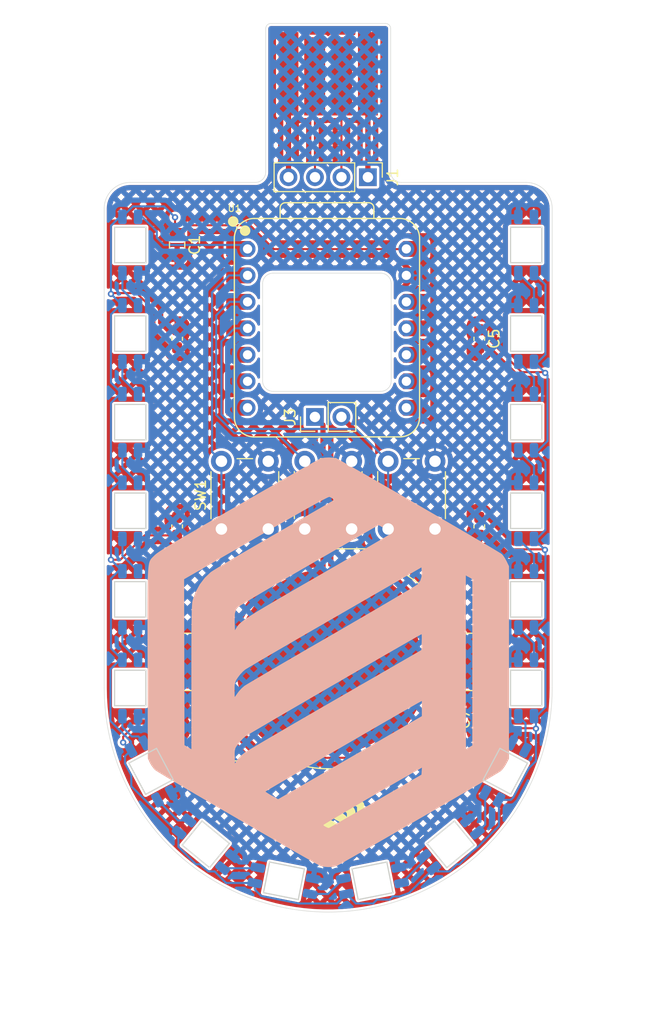
<source format=kicad_pcb>
(kicad_pcb (version 20241229) (generator "pcbnew") (generator_version "9.0")
  (layers (0 "F.Cu" signal) (2 "B.Cu" signal) (13 "F.Paste" user) (15 "B.Paste" user) (5 "F.SilkS" user "F.Silkscreen") (7 "B.SilkS" user "B.Silkscreen") (1 "F.Mask" user) (3 "B.Mask" user) (25 "Edge.Cuts" user))
  (net 0 "")
  (net 1 "+5V")
  (net 2 "Net-(D1-DOUT)")
  (net 3 "LED")
  (net 4 "GND")
  (net 5 "Net-(D2-DOUT)")
  (net 6 "Net-(D3-DOUT)")
  (net 7 "Net-(D4-DOUT)")
  (net 8 "Net-(D5-DOUT)")
  (net 9 "Net-(D6-DOUT)")
  (net 10 "Net-(D7-DOUT)")
  (net 11 "Net-(D8-DOUT)")
  (net 12 "Net-(D10-DIN)")
  (net 13 "Net-(D10-DOUT)")
  (net 14 "Net-(D11-DOUT)")
  (net 15 "Net-(D12-DOUT)")
  (net 16 "Net-(D13-DOUT)")
  (net 17 "Net-(D14-DOUT)")
  (net 18 "Net-(J1-Pin_2)")
  (net 19 "Net-(J1-Pin_3)")
  (net 20 "Net-(J1-Pin_4)")
  (net 21 "Net-(J1-Pin_1)")
  (net 22 "B1")
  (net 23 "B2")
  (net 24 "B3")
  (net 41 "Net-(BT1-+)")
  (net 42 "Net-(BT1--)")
  (net 43 "Net-(D15-DOUT)")
  (net 44 "Net-(D16-DOUT)")
  (net 46 "Net-(D17-DOUT)")
  (footprint "Connector_PinHeader_2.54mm:PinHeader_1x04_P2.54mm_Vertical" (layer "F.Cu") (at 48.935 72.500001 -90)
    (property "Reference" "J1" (at -0.000003 -2.380003 90) (layer "F.SilkS"))
    (property "Value" "Conn_01x04_MountingPin")
    (pad "1" thru_hole rect (at 0 0 270) (size 1.7 1.7) (drill 1) (layers "*.Cu" "*.Mask") (net 21 "Net-(J1-Pin_1)"))
    (pad "2" thru_hole circle (at 0.000001 2.539998 270) (size 1.7 1.7) (drill 1) (layers "*.Cu" "*.Mask") (net 18 "Net-(J1-Pin_2)"))
    (pad "3" thru_hole circle (at 0.000001 5.079997 270) (size 1.7 1.7) (drill 1) (layers "*.Cu" "*.Mask") (net 19 "Net-(J1-Pin_3)"))
    (pad "4" thru_hole circle (at 0.000003 7.619999 270) (size 1.7 1.7) (drill 1) (layers "*.Cu" "*.Mask") (net 20 "Net-(J1-Pin_4)"))
  )
  (footprint "custom:usb-PCB" (layer "F.Cu") (at 45.125 57.675 180)
    (property "Reference" "J2" (hide yes))
    (property "Value" "USB_A" (hide yes))
    (pad "1" connect rect (at 3.81 -4.9 180) (size 1.9 8) (layers "F.Cu" "F.Mask") (net 20 "Net-(J1-Pin_4)"))
    (pad "2" connect rect (at 1.3 -5.15 180) (size 2 7.5) (layers "F.Cu" "F.Mask") (net 19 "Net-(J1-Pin_3)"))
    (pad "3" connect rect (at -1.3 -5.15 180) (size 2 7.5) (layers "F.Cu" "F.Mask") (net 18 "Net-(J1-Pin_2)"))
    (pad "4" connect rect (at -3.810001 -4.899999 180) (size 1.9 8) (layers "F.Cu" "F.Mask") (net 21 "Net-(J1-Pin_1)"))
  )
  (footprint "custom:person20020-logo-8mm" (layer "F.Cu") (at 45.125 134.5)
    (property "Reference" "G***" (hide yes))
    (property "Value" "LOGO" (hide yes))
  )
  (footprint "Capacitor_SMD:C_0603_1608Metric_Pad1.08x0.95mm_HandSolder" (layer "F.Cu") (at 59.625 106 -90)
    (property "Reference" "C6" (hide yes))
    (property "Value" "4.7nF")
    (pad "1" smd roundrect (at -0.8625 -0.000001 270) (size 1.075 0.95) (layers "F.Cu" "F.Mask" "F.Paste") (net 1 "+5V"))
    (pad "2" smd roundrect (at 0.8625 0.000001 270) (size 1.075 0.95) (layers "F.Cu" "F.Mask" "F.Paste") (net 4 "GND"))
  )
  (footprint "Capacitor_SMD:C_0603_1608Metric_Pad1.08x0.95mm_HandSolder" (layer "F.Cu") (at 59.625 124.5 90)
    (property "Reference" "C7" (at 0 -1.43 90) (layer "F.SilkS"))
    (property "Value" "4.7nF")
    (pad "1" smd roundrect (at -0.8625 -0.000001 90) (size 1.075 0.95) (layers "F.Cu" "F.Mask" "F.Paste") (net 1 "+5V"))
    (pad "2" smd roundrect (at 0.8625 0.000001 90) (size 1.075 0.95) (layers "F.Cu" "F.Mask" "F.Paste") (net 4 "GND"))
  )
  (footprint "Capacitor_SMD:C_0603_1608Metric_Pad1.08x0.95mm_HandSolder" (layer "F.Cu") (at 59.625 88 -90)
    (property "Reference" "C5" (at 0 -1.43 90) (layer "F.SilkS"))
    (property "Value" "4.7nF")
    (pad "1" smd roundrect (at -0.8625 -0.000001 270) (size 1.075 0.95) (layers "F.Cu" "F.Mask" "F.Paste") (net 1 "+5V"))
    (pad "2" smd roundrect (at 0.8625 0.000001 270) (size 1.075 0.95) (layers "F.Cu" "F.Mask" "F.Paste") (net 4 "GND"))
  )
  (footprint "Capacitor_SMD:C_0603_1608Metric_Pad1.08x0.95mm_HandSolder" (layer "F.Cu") (at 30.625 106 90)
    (property "Reference" "C3" (hide yes))
    (property "Value" "4.7nF")
    (pad "1" smd roundrect (at -0.8625 0 90) (size 1.075 0.95) (layers "F.Cu" "F.Mask" "F.Paste") (net 1 "+5V"))
    (pad "2" smd roundrect (at 0.8625 0 90) (size 1.075 0.95) (layers "F.Cu" "F.Mask" "F.Paste") (net 4 "GND"))
  )
  (footprint "Capacitor_SMD:C_0603_1608Metric_Pad1.08x0.95mm_HandSolder" (layer "F.Cu") (at 30.625 124.5 90)
    (property "Reference" "C4" (at 0 -1.43 90) (layer "F.SilkS"))
    (property "Value" "4.7nF")
    (pad "1" smd roundrect (at -0.8625 0 90) (size 1.075 0.95) (layers "F.Cu" "F.Mask" "F.Paste") (net 1 "+5V"))
    (pad "2" smd roundrect (at 0.8625 0 90) (size 1.075 0.95) (layers "F.Cu" "F.Mask" "F.Paste") (net 4 "GND"))
  )
  (footprint "Capacitor_SMD:C_0805_2012Metric_Pad1.18x1.45mm_HandSolder" (layer "F.Cu") (at 30.625 79 -90)
    (property "Reference" "C1" (at 0 -1.68 90) (layer "F.SilkS"))
    (property "Value" "100uF")
    (pad "1" smd roundrect (at -1.0375 0 270) (size 1.175 1.45) (layers "F.Cu" "F.Mask" "F.Paste") (roundrect_rratio 0.212766) (net 1 "+5V"))
    (pad "2" smd roundrect (at 1.0375 0 270) (size 1.175 1.45) (layers "F.Cu" "F.Mask" "F.Paste") (roundrect_rratio 0.212766) (net 4 "GND"))
  )
  (footprint "Capacitor_SMD:C_0603_1608Metric_Pad1.08x0.95mm_HandSolder" (layer "F.Cu") (at 30.625 88 90)
    (property "Reference" "C2" (hide yes))
    (property "Value" "4.7nF")
    (pad "1" smd roundrect (at -0.8625 0 90) (size 1.075 0.95) (layers "F.Cu" "F.Mask" "F.Paste") (net 1 "+5V"))
    (pad "2" smd roundrect (at 0.8625 0 90) (size 1.075 0.95) (layers "F.Cu" "F.Mask" "F.Paste") (net 4 "GND"))
  )
  (footprint "Seeed_Studio_XIAO_Series:XIAO-ESP32C3-DIP" (layer "F.Cu") (at 45.125 87)
    (property "Reference" "U1" (at -9 -11.5 0) (layer "F.SilkS") (effects (font (size 0.635 0.635) (thickness 0.1016))))
    (property "Value" "XIAO-ESP32-C3-DIP")
    (pad "1" smd roundrect (at -8.575 -7.62 180) (size 2.432 1.524) (layers "F.Cu" "F.Mask") (roundrect_rratio 0.1) (net 3 "LED"))
    (pad "1" thru_hole circle (at -7.74 -7.62 180) (size 1.524 1.524) (drill 0.889) (layers "*.Cu" "*.Mask") (net 3 "LED"))
    (pad "2" smd roundrect (at -8.575 -5.08 180) (size 2.432 1.524) (layers "F.Cu" "F.Mask") (roundrect_rratio 0.1) (net 22 "B1"))
    (pad "2" thru_hole circle (at -7.74 -5.08 180) (size 1.524 1.524) (drill 0.889) (layers "*.Cu" "*.Mask") (net 22 "B1"))
    (pad "3" smd roundrect (at -8.575 -2.54 180) (size 2.432 1.524) (layers "F.Cu" "F.Mask") (roundrect_rratio 0.1) (net 23 "B2"))
    (pad "3" thru_hole circle (at -7.74 -2.54 180) (size 1.524 1.524) (drill 0.889) (layers "*.Cu" "*.Mask") (net 23 "B2"))
    (pad "4" smd roundrect (at -8.575 0 180) (size 2.432 1.524) (layers "F.Cu" "F.Mask") (roundrect_rratio 0.1) (net 24 "B3"))
    (pad "4" thru_hole circle (at -7.74 0 180) (size 1.524 1.524) (drill 0.889) (layers "*.Cu" "*.Mask") (net 24 "B3"))
    (pad "5" smd roundrect (at -8.575 2.54 180) (size 2.432 1.524) (layers "F.Cu" "F.Mask") (roundrect_rratio 0.1))
    (pad "5" thru_hole circle (at -7.74 2.54 180) (size 1.524 1.524) (drill 0.889) (layers "*.Cu" "*.Mask"))
    (pad "6" smd roundrect (at -8.575 5.08 180) (size 2.432 1.524) (layers "F.Cu" "F.Mask") (roundrect_rratio 0.1))
    (pad "6" thru_hole circle (at -7.74 5.08 180) (size 1.524 1.524) (drill 0.889) (layers "*.Cu" "*.Mask"))
    (pad "7" smd roundrect (at -8.575 7.62 180) (size 2.432 1.524) (layers "F.Cu" "F.Mask") (roundrect_rratio 0.1))
    (pad "7" thru_hole circle (at -7.74 7.62 180) (size 1.524 1.524) (drill 0.889) (layers "*.Cu" "*.Mask"))
    (pad "8" thru_hole circle (at 7.5 7.62) (size 1.524 1.524) (drill 0.889) (layers "*.Cu" "*.Mask"))
    (pad "8" smd roundrect (at 8.335 7.62) (size 2.432 1.524) (layers "F.Cu" "F.Mask") (roundrect_rratio 0.1))
    (pad "9" thru_hole circle (at 7.5 5.08) (size 1.524 1.524) (drill 0.889) (layers "*.Cu" "*.Mask"))
    (pad "9" smd roundrect (at 8.335 5.08) (size 2.432 1.524) (layers "F.Cu" "F.Mask") (roundrect_rratio 0.1))
    (pad "10" thru_hole circle (at 7.5 2.54) (size 1.524 1.524) (drill 0.889) (layers "*.Cu" "*.Mask"))
    (pad "10" smd roundrect (at 8.335 2.54) (size 2.432 1.524) (layers "F.Cu" "F.Mask") (roundrect_rratio 0.1))
    (pad "11" thru_hole circle (at 7.5 0) (size 1.524 1.524) (drill 0.889) (layers "*.Cu" "*.Mask"))
    (pad "11" smd roundrect (at 8.335 0) (size 2.432 1.524) (layers "F.Cu" "F.Mask") (roundrect_rratio 0.1))
    (pad "12" thru_hole circle (at 7.5 -2.54) (size 1.524 1.524) (drill 0.889) (layers "*.Cu" "*.Mask"))
    (pad "12" smd roundrect (at 8.335 -2.54) (size 2.432 1.524) (layers "F.Cu" "F.Mask") (roundrect_rratio 0.1))
    (pad "13" thru_hole circle (at 7.5 -5.08) (size 1.524 1.524) (drill 0.889) (layers "*.Cu" "*.Mask") (net 4 "GND"))
    (pad "13" smd roundrect (at 8.335 -5.08) (size 2.432 1.524) (layers "F.Cu" "F.Mask") (roundrect_rratio 0.1) (net 4 "GND"))
    (pad "14" thru_hole circle (at 7.5 -7.62) (size 1.524 1.524) (drill 0.889) (layers "*.Cu" "*.Mask") (net 1 "+5V"))
    (pad "14" smd roundrect (at 8.335 -7.62) (size 2.432 1.524) (layers "F.Cu" "F.Mask") (roundrect_rratio 0.1) (net 1 "+5V"))
  )
  (footprint "Button_Switch_THT:SW_PUSH_6mm" (layer "F.Cu") (at 50.875 106.25 90)
    (property "Reference" "SW3" (at 3.250001 -2 90) (layer "F.SilkS"))
    (property "Value" "SW_Push")
    (pad "1" thru_hole circle (at 0 0 180) (size 2 2) (drill 1.1) (layers "*.Cu" "*.Mask") (net 24 "B3"))
    (pad "1" thru_hole circle (at 6.5 0 180) (size 2 2) (drill 1.1) (layers "*.Cu" "*.Mask") (net 24 "B3"))
    (pad "2" thru_hole circle (at 0 4.5 180) (size 2 2) (drill 1.1) (layers "*.Cu" "*.Mask") (net 4 "GND"))
    (pad "2" thru_hole circle (at 6.499999 4.5 180) (size 2 2) (drill 1.1) (layers "*.Cu" "*.Mask") (net 4 "GND"))
  )
  (footprint "Button_Switch_THT:SW_PUSH_6mm" (layer "F.Cu") (at 34.875 106.25 90)
    (property "Reference" "SW1" (at 3.250001 -2 90) (layer "F.SilkS"))
    (property "Value" "SW_Push")
    (pad "1" thru_hole circle (at 0 0 180) (size 2 2) (drill 1.1) (layers "*.Cu" "*.Mask") (net 22 "B1"))
    (pad "1" thru_hole circle (at 6.5 0 180) (size 2 2) (drill 1.1) (layers "*.Cu" "*.Mask") (net 22 "B1"))
    (pad "2" thru_hole circle (at 0 4.5 180) (size 2 2) (drill 1.1) (layers "*.Cu" "*.Mask") (net 4 "GND"))
    (pad "2" thru_hole circle (at 6.499999 4.5 180) (size 2 2) (drill 1.1) (layers "*.Cu" "*.Mask") (net 4 "GND"))
  )
  (footprint "Button_Switch_THT:SW_PUSH_6mm" (layer "F.Cu") (at 42.875 106.25 90)
    (property "Reference" "SW2" (at 3.250001 -2 90) (layer "F.SilkS"))
    (property "Value" "SW_Push")
    (pad "1" thru_hole circle (at 0 0 180) (size 2 2) (drill 1.1) (layers "*.Cu" "*.Mask") (net 23 "B2"))
    (pad "1" thru_hole circle (at 6.5 0 180) (size 2 2) (drill 1.1) (layers "*.Cu" "*.Mask") (net 23 "B2"))
    (pad "2" thru_hole circle (at 0 4.5 180) (size 2 2) (drill 1.1) (layers "*.Cu" "*.Mask") (net 4 "GND"))
    (pad "2" thru_hole circle (at 6.499999 4.5 180) (size 2 2) (drill 1.1) (layers "*.Cu" "*.Mask") (net 4 "GND"))
  )
  (footprint "Connector_PinHeader_2.54mm:PinHeader_1x02_P2.54mm_Vertical" (layer "F.Cu") (at 43.85 95.500001 90)
    (property "Reference" "J3" (at 0 -2.38 90) (layer "F.SilkS"))
    (property "Value" "Conn_01x02_Pin")
    (pad "1" thru_hole rect (at 0 0 90) (size 1.7 1.7) (drill 1) (layers "*.Cu" "*.Mask") (net 42 "Net-(BT1--)"))
    (pad "2" thru_hole circle (at 0 2.54 90) (size 1.7 1.7) (drill 1) (layers "*.Cu" "*.Mask") (net 41 "Net-(BT1-+)"))
  )
  (footprint "Battery:BatteryHolder_Keystone_3002_1x2032" (layer "F.Cu") (at 45.125 119 180)
    (property "Reference" "BT1" (at -9.15 9.7 0) (layer "F.SilkS"))
    (property "Value" "Battery_Cell")
    (pad "1" smd rect (at -12.8 0 180) (size 5.1 5.1) (layers "F.Cu" "F.Mask" "F.Paste") (net 41 "Net-(BT1-+)"))
    (pad "1" smd rect (at 12.8 0 180) (size 5.1 5.1) (layers "F.Cu" "F.Mask" "F.Paste") (net 41 "Net-(BT1-+)"))
    (pad "2" smd circle (at 0 0 180) (size 17.8 17.8) (layers "F.Cu" "F.Mask") (net 42 "Net-(BT1--)"))
  )
  (footprint "ScottoKeebs_Components:LED_SK6812MINI" (layer "B.Cu") (at 33.375 136.5 -39.375)
    (property "Reference" "D8" (hide yes))
    (property "Value" "SK6812MINI" (hide yes))
    (fp_line (start -1.699998 1.5) (end -1.699999 -1.499999) (stroke (width 0.12)) (layer "Edge.Cuts"))
    (fp_line (start -1.699999 -1.499999) (end 1.699998 -1.5) (stroke (width 0.12)) (layer "Edge.Cuts"))
    (fp_line (start 1.699999 1.499999) (end -1.699998 1.5) (stroke (width 0.12)) (layer "Edge.Cuts"))
    (fp_line (start 1.699998 -1.5) (end 1.699999 1.499999) (stroke (width 0.12)) (layer "Edge.Cuts"))
    (pad "1" smd roundrect (at 2.699999 0.75 320.625) (size 1.4 0.82) (layers "B.Cu" "B.Mask" "B.Paste") (net 11 "Net-(D8-DOUT)"))
    (pad "2" smd roundrect (at 2.7 -0.75 320.625) (size 1.4 0.82) (layers "B.Cu" "B.Mask" "B.Paste") (net 4 "GND"))
    (pad "3" smd roundrect (at -2.699999 -0.75 320.625) (size 1.4 0.82) (layers "B.Cu" "B.Mask" "B.Paste") (net 10 "Net-(D7-DOUT)"))
    (pad "4" smd roundrect (at -2.7 0.75 320.625) (size 1.4 0.82) (layers "B.Cu" "B.Mask" "B.Paste") (net 1 "+5V"))
  )
  (footprint "ScottoKeebs_Components:LED_SK6812MINI" (layer "B.Cu") (at 26.125 104.5 -90)
    (property "Reference" "D4" (hide yes))
    (property "Value" "SK6812MINI" (hide yes))
    (fp_line (start -1.699999 1.5) (end -1.7 -1.499999) (stroke (width 0.12)) (layer "Edge.Cuts"))
    (fp_line (start 1.7 1.499999) (end -1.699999 1.5) (stroke (width 0.12)) (layer "Edge.Cuts"))
    (fp_line (start -1.7 -1.499999) (end 1.699999 -1.5) (stroke (width 0.12)) (layer "Edge.Cuts"))
    (fp_line (start 1.699999 -1.5) (end 1.7 1.499999) (stroke (width 0.12)) (layer "Edge.Cuts"))
    (pad "1" smd roundrect (at 2.7 0.75 270) (size 1.4 0.82) (layers "B.Cu" "B.Mask" "B.Paste") (net 7 "Net-(D4-DOUT)"))
    (pad "2" smd roundrect (at 2.7 -0.75 270) (size 1.4 0.82) (layers "B.Cu" "B.Mask" "B.Paste") (net 4 "GND"))
    (pad "3" smd roundrect (at -2.7 -0.75 270) (size 1.4 0.82) (layers "B.Cu" "B.Mask" "B.Paste") (net 6 "Net-(D3-DOUT)"))
    (pad "4" smd roundrect (at -2.7 0.75 270) (size 1.4 0.82) (layers "B.Cu" "B.Mask" "B.Paste") (net 1 "+5V"))
  )
  (footprint "ScottoKeebs_Components:LED_SK6812MINI" (layer "B.Cu") (at 26.125 79 -90)
    (property "Reference" "D1" (hide yes))
    (property "Value" "SK6812MINI" (hide yes))
    (fp_line (start -1.699999 1.5) (end -1.7 -1.499999) (stroke (width 0.12)) (layer "Edge.Cuts"))
    (fp_line (start 1.7 1.499999) (end -1.699999 1.5) (stroke (width 0.12)) (layer "Edge.Cuts"))
    (fp_line (start -1.7 -1.499999) (end 1.699999 -1.5) (stroke (width 0.12)) (layer "Edge.Cuts"))
    (fp_line (start 1.699999 -1.5) (end 1.7 1.499999) (stroke (width 0.12)) (layer "Edge.Cuts"))
    (pad "1" smd roundrect (at 2.7 0.75 270) (size 1.4 0.82) (layers "B.Cu" "B.Mask" "B.Paste") (net 2 "Net-(D1-DOUT)"))
    (pad "2" smd roundrect (at 2.7 -0.75 270) (size 1.4 0.82) (layers "B.Cu" "B.Mask" "B.Paste") (net 4 "GND"))
    (pad "3" smd roundrect (at -2.7 -0.75 270) (size 1.4 0.82) (layers "B.Cu" "B.Mask" "B.Paste") (net 3 "LED"))
    (pad "4" smd roundrect (at -2.7 0.75 270) (size 1.4 0.82) (layers "B.Cu" "B.Mask" "B.Paste") (net 1 "+5V"))
  )
  (footprint "ScottoKeebs_Components:LED_SK6812MINI" (layer "B.Cu") (at 64.125 96 90)
    (property "Reference" "D16" (hide yes))
    (property "Value" "SK6812MINI" (hide yes))
    (fp_line (start 1.699999 -1.5) (end 1.7 1.499999) (stroke (width 0.12)) (layer "Edge.Cuts"))
    (fp_line (start -1.7 -1.499999) (end 1.699999 -1.5) (stroke (width 0.12)) (layer "Edge.Cuts"))
    (fp_line (start 1.7 1.499999) (end -1.699999 1.5) (stroke (width 0.12)) (layer "Edge.Cuts"))
    (fp_line (start -1.699999 1.5) (end -1.7 -1.499999) (stroke (width 0.12)) (layer "Edge.Cuts"))
    (pad "1" smd roundrect (at 2.7 0.75 90) (size 1.4 0.82) (layers "B.Cu" "B.Mask" "B.Paste") (net 44 "Net-(D16-DOUT)"))
    (pad "2" smd roundrect (at 2.7 -0.75 90) (size 1.4 0.82) (layers "B.Cu" "B.Mask" "B.Paste") (net 4 "GND"))
    (pad "3" smd roundrect (at -2.7 -0.75 90) (size 1.4 0.82) (layers "B.Cu" "B.Mask" "B.Paste") (net 43 "Net-(D15-DOUT)"))
    (pad "4" smd roundrect (at -2.7 0.75 90) (size 1.4 0.82) (layers "B.Cu" "B.Mask" "B.Paste") (net 1 "+5V"))
  )
  (footprint "ScottoKeebs_Components:LED_SK6812MINI" (layer "B.Cu") (at 64.125 113 90)
    (property "Reference" "D14" (hide yes))
    (property "Value" "SK6812MINI" (hide yes))
    (fp_line (start 1.699999 -1.5) (end 1.699999 1.5) (stroke (width 0.12)) (layer "Edge.Cuts"))
    (fp_line (start -1.699999 -1.5) (end 1.699999 -1.5) (stroke (width 0.12)) (layer "Edge.Cuts"))
    (fp_line (start 1.699999 1.5) (end -1.699999 1.5) (stroke (width 0.12)) (layer "Edge.Cuts"))
    (fp_line (start -1.699999 1.5) (end -1.699999 -1.5) (stroke (width 0.12)) (layer "Edge.Cuts"))
    (pad "1" smd roundrect (at 2.7 0.75 90) (size 1.4 0.82) (layers "B.Cu" "B.Mask" "B.Paste") (net 17 "Net-(D14-DOUT)"))
    (pad "2" smd roundrect (at 2.7 -0.75 90) (size 1.4 0.82) (layers "B.Cu" "B.Mask" "B.Paste") (net 4 "GND"))
    (pad "3" smd roundrect (at -2.7 -0.75 90) (size 1.4 0.82) (layers "B.Cu" "B.Mask" "B.Paste") (net 16 "Net-(D13-DOUT)"))
    (pad "4" smd roundrect (at -2.7 0.75 90) (size 1.4 0.82) (layers "B.Cu" "B.Mask" "B.Paste") (net 1 "+5V"))
  )
  (footprint "custom:person20020-logo" (layer "B.Cu") (at 45.125 119 180)
    (property "Reference" "G***" (hide yes))
    (property "Value" "LOGO" (hide yes))
  )
  (footprint "ScottoKeebs_Components:LED_SK6812MINI" (layer "B.Cu") (at 56.875 136.5 39.375)
    (property "Reference" "D11" (hide yes))
    (property "Value" "SK6812MINI" (hide yes))
    (fp_line (start -1.700002 -1.5) (end 1.699995 -1.5) (stroke (width 0.12)) (layer "Edge.Cuts"))
    (fp_line (start -1.699995 1.5) (end -1.700002 -1.5) (stroke (width 0.12)) (layer "Edge.Cuts"))
    (fp_line (start 1.699995 -1.5) (end 1.700002 1.5) (stroke (width 0.12)) (layer "Edge.Cuts"))
    (fp_line (start 1.700002 1.5) (end -1.699995 1.5) (stroke (width 0.12)) (layer "Edge.Cuts"))
    (pad "1" smd roundrect (at 2.7 0.75 39.375) (size 1.4 0.82) (layers "B.Cu" "B.Mask" "B.Paste") (net 14 "Net-(D11-DOUT)"))
    (pad "2" smd roundrect (at 2.700001 -0.75 39.375) (size 1.4 0.82) (layers "B.Cu" "B.Mask" "B.Paste") (net 4 "GND"))
    (pad "3" smd roundrect (at -2.7 -0.75 39.375) (size 1.4 0.82) (layers "B.Cu" "B.Mask" "B.Paste") (net 13 "Net-(D10-DOUT)"))
    (pad "4" smd roundrect (at -2.700001 0.75 39.375) (size 1.4 0.82) (layers "B.Cu" "B.Mask" "B.Paste") (net 1 "+5V"))
  )
  (footprint "ScottoKeebs_Components:LED_SK6812MINI" (layer "B.Cu") (at 26.125 96 -90)
    (property "Reference" "D3" (hide yes))
    (property "Value" "SK6812MINI" (hide yes))
    (fp_line (start -1.699999 1.5) (end -1.7 -1.499999) (stroke (width 0.12)) (layer "Edge.Cuts"))
    (fp_line (start 1.7 1.499999) (end -1.699999 1.5) (stroke (width 0.12)) (layer "Edge.Cuts"))
    (fp_line (start -1.7 -1.499999) (end 1.699999 -1.5) (stroke (width 0.12)) (layer "Edge.Cuts"))
    (fp_line (start 1.699999 -1.5) (end 1.7 1.499999) (stroke (width 0.12)) (layer "Edge.Cuts"))
    (pad "1" smd roundrect (at 2.7 0.75 270) (size 1.4 0.82) (layers "B.Cu" "B.Mask" "B.Paste") (net 6 "Net-(D3-DOUT)"))
    (pad "2" smd roundrect (at 2.7 -0.75 270) (size 1.4 0.82) (layers "B.Cu" "B.Mask" "B.Paste") (net 4 "GND"))
    (pad "3" smd roundrect (at -2.7 -0.75 270) (size 1.4 0.82) (layers "B.Cu" "B.Mask" "B.Paste") (net 5 "Net-(D2-DOUT)"))
    (pad "4" smd roundrect (at -2.7 0.75 270) (size 1.4 0.82) (layers "B.Cu" "B.Mask" "B.Paste") (net 1 "+5V"))
  )
  (footprint "ScottoKeebs_Components:LED_SK6812MINI" (layer "B.Cu") (at 64.125 121.5 90)
    (property "Reference" "D13" (hide yes))
    (property "Value" "SK6812MINI" (hide yes))
    (fp_line (start -1.700003 -1.499999) (end 1.699995 -1.499998) (stroke (width 0.12)) (layer "Edge.Cuts"))
    (fp_line (start 1.699995 -1.499998) (end 1.700003 1.499999) (stroke (width 0.12)) (layer "Edge.Cuts"))
    (fp_line (start -1.699995 1.499998) (end -1.700003 -1.499999) (stroke (width 0.12)) (layer "Edge.Cuts"))
    (fp_line (start 1.700003 1.499999) (end -1.699995 1.499998) (stroke (width 0.12)) (layer "Edge.Cuts"))
    (pad "1" smd roundrect (at 2.699999 0.749999 90) (size 1.4 0.82) (layers "B.Cu" "B.Mask" "B.Paste") (net 16 "Net-(D13-DOUT)"))
    (pad "2" smd roundrect (at 2.700002 -0.749999 90) (size 1.4 0.82) (layers "B.Cu" "B.Mask" "B.Paste") (net 4 "GND"))
    (pad "3" smd roundrect (at -2.699999 -0.749999 90) (size 1.4 0.82) (layers "B.Cu" "B.Mask" "B.Paste") (net 15 "Net-(D12-DOUT)"))
    (pad "4" smd roundrect (at -2.700002 0.749999 90) (size 1.4 0.82) (layers "B.Cu" "B.Mask" "B.Paste") (net 1 "+5V"))
  )
  (footprint "ScottoKeebs_Components:LED_SK6812MINI" (layer "B.Cu") (at 64.125 79 90)
    (property "Reference" "D18" (hide yes))
    (property "Value" "SK6812MINI" (hide yes))
    (fp_line (start 1.699999 -1.5) (end 1.7 1.499999) (stroke (width 0.12)) (layer "Edge.Cuts"))
    (fp_line (start -1.7 -1.499999) (end 1.699999 -1.5) (stroke (width 0.12)) (layer "Edge.Cuts"))
    (fp_line (start 1.7 1.499999) (end -1.699999 1.5) (stroke (width 0.12)) (layer "Edge.Cuts"))
    (fp_line (start -1.699999 1.5) (end -1.7 -1.499999) (stroke (width 0.12)) (layer "Edge.Cuts"))
    (pad "1" smd roundrect (at 2.7 0.75 90) (size 1.4 0.82) (layers "B.Cu" "B.Mask" "B.Paste"))
    (pad "2" smd roundrect (at 2.7 -0.75 90) (size 1.4 0.82) (layers "B.Cu" "B.Mask" "B.Paste") (net 4 "GND"))
    (pad "3" smd roundrect (at -2.7 -0.75 90) (size 1.4 0.82) (layers "B.Cu" "B.Mask" "B.Paste") (net 46 "Net-(D17-DOUT)"))
    (pad "4" smd roundrect (at -2.7 0.75 90) (size 1.4 0.82) (layers "B.Cu" "B.Mask" "B.Paste") (net 1 "+5V"))
  )
  (footprint "ScottoKeebs_Components:LED_SK6812MINI" (layer "B.Cu") (at 26.125 113 -90)
    (property "Reference" "D5" (hide yes))
    (property "Value" "SK6812MINI" (hide yes))
    (fp_line (start -1.699999 1.5) (end -1.7 -1.499999) (stroke (width 0.12)) (layer "Edge.Cuts"))
    (fp_line (start 1.7 1.499999) (end -1.699999 1.5) (stroke (width 0.12)) (layer "Edge.Cuts"))
    (fp_line (start -1.7 -1.499999) (end 1.699999 -1.5) (stroke (width 0.12)) (layer "Edge.Cuts"))
    (fp_line (start 1.699999 -1.5) (end 1.7 1.499999) (stroke (width 0.12)) (layer "Edge.Cuts"))
    (pad "1" smd roundrect (at 2.7 0.75 270) (size 1.4 0.82) (layers "B.Cu" "B.Mask" "B.Paste") (net 8 "Net-(D5-DOUT)"))
    (pad "2" smd roundrect (at 2.7 -0.75 270) (size 1.4 0.82) (layers "B.Cu" "B.Mask" "B.Paste") (net 4 "GND"))
    (pad "3" smd roundrect (at -2.7 -0.75 270) (size 1.4 0.82) (layers "B.Cu" "B.Mask" "B.Paste") (net 7 "Net-(D4-DOUT)"))
    (pad "4" smd roundrect (at -2.7 0.75 270) (size 1.4 0.82) (layers "B.Cu" "B.Mask" "B.Paste") (net 1 "+5V"))
  )
  (footprint "ScottoKeebs_Components:LED_SK6812MINI" (layer "B.Cu") (at 26.125 87.5 -90)
    (property "Reference" "D2" (hide yes))
    (property "Value" "SK6812MINI" (hide yes))
    (fp_line (start -1.699999 1.5) (end -1.7 -1.499999) (stroke (width 0.12)) (layer "Edge.Cuts"))
    (fp_line (start 1.7 1.499999) (end -1.699999 1.5) (stroke (width 0.12)) (layer "Edge.Cuts"))
    (fp_line (start -1.7 -1.499999) (end 1.699999 -1.5) (stroke (width 0.12)) (layer "Edge.Cuts"))
    (fp_line (start 1.699999 -1.5) (end 1.7 1.499999) (stroke (width 0.12)) (layer "Edge.Cuts"))
    (pad "1" smd roundrect (at 2.7 0.75 270) (size 1.4 0.82) (layers "B.Cu" "B.Mask" "B.Paste") (net 5 "Net-(D2-DOUT)"))
    (pad "2" smd roundrect (at 2.7 -0.75 270) (size 1.4 0.82) (layers "B.Cu" "B.Mask" "B.Paste") (net 4 "GND"))
    (pad "3" smd roundrect (at -2.7 -0.75 270) (size 1.4 0.82) (layers "B.Cu" "B.Mask" "B.Paste") (net 2 "Net-(D1-DOUT)"))
    (pad "4" smd roundrect (at -2.7 0.75 270) (size 1.4 0.82) (layers "B.Cu" "B.Mask" "B.Paste") (net 1 "+5V"))
  )
  (footprint "ScottoKeebs_Components:LED_SK6812MINI" (layer "B.Cu") (at 64.125 104.5 90)
    (property "Reference" "D15" (hide yes))
    (property "Value" "SK6812MINI" (hide yes))
    (fp_line (start 1.699999 -1.5) (end 1.7 1.499999) (stroke (width 0.12)) (layer "Edge.Cuts"))
    (fp_line (start -1.7 -1.499999) (end 1.699999 -1.5) (stroke (width 0.12)) (layer "Edge.Cuts"))
    (fp_line (start 1.7 1.499999) (end -1.699999 1.5) (stroke (width 0.12)) (layer "Edge.Cuts"))
    (fp_line (start -1.699999 1.5) (end -1.7 -1.499999) (stroke (width 0.12)) (layer "Edge.Cuts"))
    (pad "1" smd roundrect (at 2.7 0.75 90) (size 1.4 0.82) (layers "B.Cu" "B.Mask" "B.Paste") (net 43 "Net-(D15-DOUT)"))
    (pad "2" smd roundrect (at 2.7 -0.75 90) (size 1.4 0.82) (layers "B.Cu" "B.Mask" "B.Paste") (net 4 "GND"))
    (pad "3" smd roundrect (at -2.7 -0.75 90) (size 1.4 0.82) (layers "B.Cu" "B.Mask" "B.Paste") (net 17 "Net-(D14-DOUT)"))
    (pad "4" smd roundrect (at -2.7 0.75 90) (size 1.4 0.82) (layers "B.Cu" "B.Mask" "B.Paste") (net 1 "+5V"))
  )
  (footprint "ScottoKeebs_Components:LED_SK6812MINI" (layer "B.Cu") (at 28.125 129.5 -61.875)
    (property "Reference" "D7" (hide yes))
    (property "Value" "SK6812MINI" (hide yes))
    (fp_line (start -1.699999 1.499999) (end -1.7 -1.499999) (stroke (width 0.12)) (layer "Edge.Cuts"))
    (fp_line (start 1.7 1.499999) (end -1.699999 1.499999) (stroke (width 0.12)) (layer "Edge.Cuts"))
    (fp_line (start -1.7 -1.499999) (end 1.699999 -1.499999) (stroke (width 0.12)) (layer "Edge.Cuts"))
    (fp_line (start 1.699999 -1.499999) (end 1.7 1.499999) (stroke (width 0.12)) (layer "Edge.Cuts"))
    (pad "1" smd roundrect (at 2.700002 0.749999 298.125) (size 1.4 0.82) (layers "B.Cu" "B.Mask" "B.Paste") (net 10 "Net-(D7-DOUT)"))
    (pad "2" smd roundrect (at 2.7 -0.749999 298.125) (size 1.4 0.82) (layers "B.Cu" "B.Mask" "B.Paste") (net 4 "GND"))
    (pad "3" smd roundrect (at -2.700002 -0.749999 298.125) (size 1.4 0.82) (layers "B.Cu" "B.Mask" "B.Paste") (net 9 "Net-(D6-DOUT)"))
    (pad "4" smd roundrect (at -2.7 0.749999 298.125) (size 1.4 0.82) (layers "B.Cu" "B.Mask" "B.Paste") (net 1 "+5V"))
  )
  (footprint "ScottoKeebs_Components:LED_SK6812MINI" (layer "B.Cu") (at 49.375 140 11.25)
    (property "Reference" "D10" (hide yes))
    (property "Value" "SK6812MINI" (hide yes))
    (fp_line (start -1.700001 -1.500003) (end 1.699995 -1.499999) (stroke (width 0.12)) (layer "Edge.Cuts"))
    (fp_line (start -1.699995 1.499999) (end -1.700001 -1.500003) (stroke (width 0.12)) (layer "Edge.Cuts"))
    (fp_line (start 1.699995 -1.499999) (end 1.700001 1.500003) (stroke (width 0.12)) (layer "Edge.Cuts"))
    (fp_line (start 1.700001 1.500003) (end -1.699995 1.499999) (stroke (width 0.12)) (layer "Edge.Cuts"))
    (pad "1" smd roundrect (at 2.699998 0.75 11.25) (size 1.4 0.82) (layers "B.Cu" "B.Mask" "B.Paste") (net 13 "Net-(D10-DOUT)"))
    (pad "2" smd roundrect (at 2.700001 -0.75 11.25) (size 1.4 0.82) (layers "B.Cu" "B.Mask" "B.Paste") (net 4 "GND"))
    (pad "3" smd roundrect (at -2.699998 -0.75 11.25) (size 1.4 0.82) (layers "B.Cu" "B.Mask" "B.Paste") (net 12 "Net-(D10-DIN)"))
    (pad "4" smd roundrect (at -2.700001 0.75 11.25) (size 1.4 0.82) (layers "B.Cu" "B.Mask" "B.Paste") (net 1 "+5V"))
  )
  (footprint "ScottoKeebs_Components:LED_SK6812MINI" (layer "B.Cu") (at 62.125 129.5 61.875)
    (property "Reference" "D12" (hide yes))
    (property "Value" "SK6812MINI" (hide yes))
    (fp_line (start -1.700002 -1.5) (end 1.699995 -1.5) (stroke (width 0.12)) (layer "Edge.Cuts"))
    (fp_line (start 1.699995 -1.5) (end 1.700002 1.5) (stroke (width 0.12)) (layer "Edge.Cuts"))
    (fp_line (start -1.699995 1.5) (end -1.700002 -1.5) (stroke (width 0.12)) (layer "Edge.Cuts"))
    (fp_line (start 1.700002 1.5) (end -1.699995 1.5) (stroke (width 0.12)) (layer "Edge.Cuts"))
    (pad "1" smd roundrect (at 2.699997 0.749999 61.875) (size 1.4 0.82) (layers "B.Cu" "B.Mask" "B.Paste") (net 15 "Net-(D12-DOUT)"))
    (pad "2" smd roundrect (at 2.700003 -0.749996 61.875) (size 1.4 0.82) (layers "B.Cu" "B.Mask" "B.Paste") (net 4 "GND"))
    (pad "3" smd roundrect (at -2.699997 -0.749999 61.875) (size 1.4 0.82) (layers "B.Cu" "B.Mask" "B.Paste") (net 14 "Net-(D11-DOUT)"))
    (pad "4" smd roundrect (at -2.700003 0.749996 61.875) (size 1.4 0.82) (layers "B.Cu" "B.Mask" "B.Paste") (net 1 "+5V"))
  )
  (footprint "ScottoKeebs_Components:LED_SK6812MINI" (layer "B.Cu") (at 64.125 87.5 90)
    (property "Reference" "D17" (hide yes))
    (property "Value" "SK6812MINI" (hide yes))
    (fp_line (start 1.699999 -1.5) (end 1.7 1.499999) (stroke (width 0.12)) (layer "Edge.Cuts"))
    (fp_line (start -1.7 -1.499999) (end 1.699999 -1.5) (stroke (width 0.12)) (layer "Edge.Cuts"))
    (fp_line (start 1.7 1.499999) (end -1.699999 1.5) (stroke (width 0.12)) (layer "Edge.Cuts"))
    (fp_line (start -1.699999 1.5) (end -1.7 -1.499999) (stroke (width 0.12)) (layer "Edge.Cuts"))
    (pad "1" smd roundrect (at 2.7 0.75 90) (size 1.4 0.82) (layers "B.Cu" "B.Mask" "B.Paste") (net 46 "Net-(D17-DOUT)"))
    (pad "2" smd roundrect (at 2.7 -0.75 90) (size 1.4 0.82) (layers "B.Cu" "B.Mask" "B.Paste") (net 4 "GND"))
    (pad "3" smd roundrect (at -2.7 -0.75 90) (size 1.4 0.82) (layers "B.Cu" "B.Mask" "B.Paste") (net 44 "Net-(D16-DOUT)"))
    (pad "4" smd roundrect (at -2.7 0.75 90) (size 1.4 0.82) (layers "B.Cu" "B.Mask" "B.Paste") (net 1 "+5V"))
  )
  (footprint "ScottoKeebs_Components:LED_SK6812MINI" (layer "B.Cu") (at 26.125 121.5 -90)
    (property "Reference" "D6" (hide yes))
    (property "Value" "SK6812MINI" (hide yes))
    (fp_line (start -1.699999 1.5) (end -1.7 -1.499999) (stroke (width 0.12)) (layer "Edge.Cuts"))
    (fp_line (start 1.7 1.499999) (end -1.699999 1.5) (stroke (width 0.12)) (layer "Edge.Cuts"))
    (fp_line (start -1.7 -1.499999) (end 1.699999 -1.5) (stroke (width 0.12)) (layer "Edge.Cuts"))
    (fp_line (start 1.699999 -1.5) (end 1.7 1.499999) (stroke (width 0.12)) (layer "Edge.Cuts"))
    (pad "1" smd roundrect (at 2.7 0.75 270) (size 1.4 0.82) (layers "B.Cu" "B.Mask" "B.Paste") (net 9 "Net-(D6-DOUT)"))
    (pad "2" smd roundrect (at 2.7 -0.75 270) (size 1.4 0.82) (layers "B.Cu" "B.Mask" "B.Paste") (net 4 "GND"))
    (pad "3" smd roundrect (at -2.7 -0.75 270) (size 1.4 0.82) (layers "B.Cu" "B.Mask" "B.Paste") (net 8 "Net-(D5-DOUT)"))
    (pad "4" smd roundrect (at -2.7 0.75 270) (size 1.4 0.82) (layers "B.Cu" "B.Mask" "B.Paste") (net 1 "+5V"))
  )
  (footprint "ScottoKeebs_Components:LED_SK6812MINI" (layer "B.Cu") (at 40.875 140 -11.25)
    (property "Reference" "D9" (hide yes))
    (property "Value" "SK6812MINI" (hide yes))
    (fp_line (start -1.7 1.5) (end -1.699999 -1.499999) (stroke (width 0.12)) (layer "Edge.Cuts"))
    (fp_line (start -1.699999 -1.499999) (end 1.7 -1.5) (stroke (width 0.12)) (layer "Edge.Cuts"))
    (fp_line (start 1.699999 1.499999) (end -1.7 1.5) (stroke (width 0.12)) (layer "Edge.Cuts"))
    (fp_line (start 1.7 -1.5) (end 1.699999 1.499999) (stroke (width 0.12)) (layer "Edge.Cuts"))
    (pad "1" smd roundrect (at 2.700001 0.75 348.75) (size 1.4 0.82) (layers "B.Cu" "B.Mask" "B.Paste") (net 12 "Net-(D10-DIN)"))
    (pad "2" smd roundrect (at 2.7 -0.75 348.75) (size 1.4 0.82) (layers "B.Cu" "B.Mask" "B.Paste") (net 4 "GND"))
    (pad "3" smd roundrect (at -2.700001 -0.75 348.75) (size 1.4 0.82) (layers "B.Cu" "B.Mask" "B.Paste") (net 11 "Net-(D8-DOUT)"))
    (pad "4" smd roundrect (at -2.7 0.75 348.75) (size 1.4 0.82) (layers "B.Cu" "B.Mask" "B.Paste") (net 1 "+5V"))
  )
  (gr_arc (start 64.125 73) (mid 65.892767 73.732233) (end 66.625 75.5) (stroke (width 0.05)) (layer "Edge.Cuts"))
  (gr_line (start 23.625 121.5) (end 23.625 75.5) (stroke (width 0.05)) (layer "Edge.Cuts"))
  (gr_arc (start 39.832107 93.042893) (mid 39.124998 92.750002) (end 38.832107 92.042893) (stroke (width 0.05)) (layer "Edge.Cuts"))
  (gr_arc (start 66.625 121.5) (mid 45.125 143) (end 23.625 121.5) (stroke (width 0.05)) (layer "Edge.Cuts"))
  (gr_arc (start 39.125 72) (mid 38.832107 72.707107) (end 38.125 73) (stroke (width 0.05)) (layer "Edge.Cuts"))
  (gr_line (start 50.167893 93.042893) (end 39.8321 93.042893) (stroke (width 0.05)) (layer "Edge.Cuts"))
  (gr_arc (start 38.832107 82.707107) (mid 39.124998 81.999998) (end 39.832107 81.707107) (stroke (width 0.05)) (layer "Edge.Cuts"))
  (gr_arc (start 50.625 57.75) (mid 50.978553 57.896447) (end 51.125 58.25) (stroke (width 0.05)) (layer "Edge.Cuts"))
  (gr_line (start 39.832107 81.707107) (end 50.1679 81.707107) (stroke (width 0.05)) (layer "Edge.Cuts"))
  (gr_arc (start 51.167893 92.042893) (mid 50.875002 92.750002) (end 50.167893 93.042893) (stroke (width 0.05)) (layer "Edge.Cuts"))
  (gr_line (start 39.625 57.75) (end 50.625 57.75) (stroke (width 0.05)) (layer "Edge.Cuts"))
  (gr_line (start 51.125 58.25) (end 51.125 72) (stroke (width 0.05)) (layer "Edge.Cuts"))
  (gr_arc (start 23.625 75.5) (mid 24.357233 73.732233) (end 26.125 73) (stroke (width 0.05)) (layer "Edge.Cuts"))
  (gr_arc (start 50.167893 81.707107) (mid 50.875002 81.999998) (end 51.167893 82.707107) (stroke (width 0.05)) (layer "Edge.Cuts"))
  (gr_arc (start 52.125 73) (mid 51.417893 72.707107) (end 51.125 72) (stroke (width 0.05)) (layer "Edge.Cuts"))
  (gr_arc (start 39.125 58.25) (mid 39.271447 57.896447) (end 39.625 57.75) (stroke (width 0.05)) (layer "Edge.Cuts"))
  (gr_line (start 66.625 121.5) (end 66.625 75.5) (stroke (width 0.05)) (layer "Edge.Cuts"))
  (gr_line (start 64.125 73) (end 52.125 73) (stroke (width 0.05)) (layer "Edge.Cuts"))
  (gr_line (start 51.167893 82.7071) (end 51.167893 92.0429) (stroke (width 0.05)) (layer "Edge.Cuts"))
  (gr_line (start 26.125 73) (end 38.125 73) (stroke (width 0.05)) (layer "Edge.Cuts"))
  (gr_line (start 38.832107 92.0429) (end 38.832108 82.707107) (stroke (width 0.05)) (layer "Edge.Cuts"))
  (gr_line (start 39.125 72) (end 39.125 58.25) (stroke (width 0.05)) (layer "Edge.Cuts"))
  (segment (start 27.5125 106.8625) (end 30.625 106.8625) (width 0.2) (layer "F.Cu") (net 1))
  (segment (start 26.2625 125.3625) (end 30.625 125.3625) (width 0.2) (layer "F.Cu") (net 1))
  (segment (start 39.913 79.4) (end 52.605 79.4) (width 0.2) (layer "F.Cu") (net 1))
  (segment (start 63.687501 91.2) (end 59.625001 87.1375) (width 0.2) (layer "F.Cu") (net 1))
  (segment (start 30.774999 77.9625) (end 31.625 77.112499) (width 0.2) (layer "F.Cu") (net 1))
  (segment (start 65.025385 125.3625) (end 65.062885 125.4) (width 0.2) (layer "F.Cu") (net 1))
  (segment (start 28.44375 86.68125) (end 30.625 88.8625) (width 0.2) (layer "F.Cu") (net 1))
  (segment (start 26.739363 83.614363) (end 28.44375 85.31875) (width 0.2) (layer "F.Cu") (net 1))
  (segment (start 31.625 77.112499) (end 37.625499 77.112499) (width 0.2) (layer "F.Cu") (net 1))
  (segment (start 65.95 91.275) (end 65.875 91.2) (width 0.2) (layer "F.Cu") (net 1))
  (segment (start 30.625 125.9) (end 30.625 125.3625) (width 0.2) (layer "F.Cu") (net 1))
  (segment (start 25.446714 126.728286) (end 25.446714 126.178286) (width 0.2) (layer "F.Cu") (net 1))
  (segment (start 30.425 76.35) (end 30.425 77.7625) (width 0.2) (layer "F.Cu") (net 1))
  (segment (start 25.176 109.199) (end 27.5125 106.8625) (width 0.2) (layer "F.Cu") (net 1))
  (segment (start 30.425 77.7625) (end 30.625 77.9625) (width 0.2) (layer "F.Cu") (net 1))
  (segment (start 25.446714 126.178286) (end 26.2625 125.3625) (width 0.2) (layer "F.Cu") (net 1))
  (segment (start 62.687501 108.2) (end 59.625001 105.1375) (width 0.2) (layer "F.Cu") (net 1))
  (segment (start 65.925 108.25) (end 65.875 108.2) (width 0.2) (layer "F.Cu") (net 1))
  (segment (start 24.274 109.199) (end 25.176 109.199) (width 0.2) (layer "F.Cu") (net 1))
  (segment (start 52.605 79.4) (end 52.625 79.38) (width 0.2) (layer "F.Cu") (net 1))
  (segment (start 24.358637 83.614363) (end 26.739363 83.614363) (width 0.2) (layer "F.Cu") (net 1))
  (segment (start 59.624999 125.3625) (end 65.025385 125.3625) (width 0.2) (layer "F.Cu") (net 1))
  (segment (start 28.44375 85.31875) (end 28.44375 86.68125) (width 0.2) (layer "F.Cu") (net 1))
  (segment (start 65.875 108.2) (end 62.687501 108.2) (width 0.2) (layer "F.Cu") (net 1))
  (segment (start 65.875 91.2) (end 63.687501 91.2) (width 0.2) (layer "F.Cu") (net 1))
  (segment (start 37.625499 77.112499) (end 39.913 79.4) (width 0.2) (layer "F.Cu") (net 1))
  (segment (start 30.625 77.9625) (end 30.774999 77.9625) (width 0.2) (layer "F.Cu") (net 1))
  (segment (start 24.274 83.699) (end 24.358637 83.614363) (width 0.2) (layer "F.Cu") (net 1))
  (via (at 65.062885 125.4) (size 0.6) (drill 0.3) (layers "F.Cu" "B.Cu") (net 1))
  (via (at 24.274 83.699) (size 0.6) (drill 0.3) (layers "F.Cu" "B.Cu") (net 1))
  (via (at 25.446714 126.728286) (size 0.6) (drill 0.3) (layers "F.Cu" "B.Cu") (net 1))
  (via (at 65.95 91.275) (size 0.6) (drill 0.3) (layers "F.Cu" "B.Cu") (net 1))
  (via (at 30.425 76.35) (size 0.6) (drill 0.3) (layers "F.Cu" "B.Cu") (net 1))
  (via (at 65.925 108.25) (size 0.6) (drill 0.3) (layers "F.Cu" "B.Cu") (net 1))
  (via (at 24.274 109.199) (size 0.6) (drill 0.3) (layers "F.Cu" "B.Cu") (net 1))
  (segment (start 26.190789 127.47236) (end 25.622655 128.040494) (width 0.2) (layer "B.Cu") (net 1))
  (segment (start 29.374 75.299) (end 30.425 76.35) (width 0.2) (layer "B.Cu") (net 1))
  (segment (start 24.274 94.154612) (end 24.274 100.699) (width 0.2) (layer "B.Cu") (net 1))
  (segment (start 64.39472 129.18028) (end 65.062885 128.512115) (width 0.2) (layer "B.Cu") (net 1))
  (segment (start 65.062885 124.387888) (end 64.874999 124.200002) (width 0.2) (layer "B.Cu") (net 1))
  (segment (start 65.975998 116.800998) (end 64.875 115.7) (width 0.2) (layer "B.Cu") (net 1))
  (segment (start 25.128612 93.3) (end 24.274 94.154612) (width 0.2) (layer "B.Cu") (net 1))
  (segment (start 25.375 101.8) (end 24.965 101.8) (width 0.2) (layer "B.Cu") (net 1))
  (segment (start 65.925 108.25) (end 65.976 108.301) (width 0.2) (layer "B.Cu") (net 1))
  (segment (start 65.976 99.801) (end 64.875 98.7) (width 0.2) (layer "B.Cu") (net 1))
  (segment (start 24.225 119.703612) (end 24.225 124.674726) (width 0.2) (layer "B.Cu") (net 1))
  (segment (start 35.32843 140.208845) (end 38.080562 140.208845) (width 0.2) (layer "B.Cu") (net 1))
  (segment (start 51.018977 141.8) (end 51.318977 141.5) (width 0.2) (layer "B.Cu") (net 1))
  (segment (start 65.976 89.509) (end 65.976 82.801) (width 0.2) (layer "B.Cu") (net 1))
  (segment (start 24.274 110.991) (end 24.274 117.699) (width 0.2) (layer "B.Cu") (net 1))
  (segment (start 65.976 114.845388) (end 65.976 108.301) (width 0.2) (layer "B.Cu") (net 1))
  (segment (start 55.263666 138.79262) (end 55.572587 139.101541) (width 0.2) (layer "B.Cu") (net 1))
  (segment (start 55.572587 139.101541) (end 56.773459 139.101541) (width 0.2) (layer "B.Cu") (net 1))
  (segment (start 46.873196 141.262333) (end 47.786313 142.17545) (width 0.2) (layer "B.Cu") (net 1))
  (segment (start 25.128612 84.8) (end 24.274 85.654612) (width 0.2) (layer "B.Cu") (net 1))
  (segment (start 65.062885 125.4) (end 65.062885 124.387888) (width 0.2) (layer "B.Cu") (net 1))
  (segment (start 64.875 90.2) (end 65.285 90.2) (width 0.2) (layer "B.Cu") (net 1))
  (segment (start 57.451877 138.423123) (end 57.701877 138.423123) (width 0.2) (layer "B.Cu") (net 1))
  (segment (start 25.375 110.3) (end 24.965 110.3) (width 0.2) (layer "B.Cu") (net 1))
  (segment (start 65.121388 107.2) (end 65.976 106.345388) (width 0.2) (layer "B.Cu") (net 1))
  (segment (start 56.773459 139.101541) (end 57.451877 138.423123) (width 0.2) (layer "B.Cu") (net 1))
  (segment (start 57.701877 138.423123) (end 58.857285 137.267715) (width 0.2) (layer "B.Cu") (net 1))
  (segment (start 65.95 91.275) (end 65.975 91.25) (width 0.2) (layer "B.Cu") (net 1))
  (segment (start 52.893818 141.162468) (end 55.263666 138.79262) (width 0.2) (layer "B.Cu") (net 1))
  (segment (start 30.745733 135.43324) (end 30.745733 136.731639) (width 0.2) (layer "B.Cu") (net 1))
  (segment (start 66.175 91.5) (end 64.875 90.2) (width 0.2) (layer "B.Cu") (net 1))
  (segment (start 49.438259 142.17545) (end 49.813709 141.8) (width 0.2) (layer "B.Cu") (net 1))
  (segment (start 25.375 76.3) (end 26.376 75.299) (width 0.2) (layer "B.Cu") (net 1))
  (segment (start 26.225 130.923892) (end 30.668004 135.366896) (width 0.2) (layer "B.Cu") (net 1))
  (segment (start 24.225 124.674726) (end 26.190789 126.640515) (width 0.2) (layer "B.Cu") (net 1))
  (segment (start 66.175 97.81) (end 66.175 91.5) (width 0.2) (layer "B.Cu") (net 1))
  (segment (start 61.513665 132.234736) (end 62.652832 132.234736) (width 0.2) (layer "B.Cu") (net 1))
  (segment (start 59.475769 136.760138) (end 61.513665 134.722242) (width 0.2) (layer "B.Cu") (net 1))
  (segment (start 65.285 98.7) (end 66.175 97.81) (width 0.2) (layer "B.Cu") (net 1))
  (segment (start 32.425951 138.411857) (end 32.786857 138.411857) (width 0.2) (layer "B.Cu") (net 1))
  (segment (start 65.12138 124.200002) (end 65.975998 123.345384) (width 0.2) (layer "B.Cu") (net 1))
  (segment (start 64.875 115.7) (end 65.121388 115.7) (width 0.2) (layer "B.Cu") (net 1))
  (segment (start 30.668004 135.366896) (end 30.812077 135.366896) (width 0.2) (layer "B.Cu") (net 1))
  (segment (start 24.274 83.699) (end 25.375 84.8) (width 0.2) (layer "B.Cu") (net 1))
  (segment (start 51.966455 141.5) (end 52.893818 141.162468) (width 0.2) (layer "B.Cu") (net 1))
  (segment (start 65.976 106.345388) (end 65.976 99.801) (width 0.2) (layer "B.Cu") (net 1))
  (segment (start 38.080562 140.83202) (end 38.703958 141.455416) (width 0.2) (layer "B.Cu") (net 1))
  (segment (start 65.975 89.51) (end 65.976 89.509) (width 0.2) (layer "B.Cu") (net 1))
  (segment (start 24.274 92.199) (end 25.375 93.3) (width 0.2) (layer "B.Cu") (net 1))
  (segment (start 62.652832 132.234736) (end 62.887529 132.000039) (width 0.2) (layer "B.Cu") (net 1))
  (segment (start 25.622655 128.040494) (end 25.622655 128.745067) (width 0.2) (layer "B.Cu") (net 1))
  (segment (start 38.080562 140.208845) (end 38.080562 140.83202) (width 0.2) (layer "B.Cu") (net 1))
  (segment (start 47.786313 142.17545) (end 49.438259 142.17545) (width 0.2) (layer "B.Cu") (net 1))
  (segment (start 25.375 84.8) (end 25.128612 84.8) (width 0.2) (layer "B.Cu") (net 1))
  (segment (start 24.965 101.8) (end 24.274 102.491) (width 0.2) (layer "B.Cu") (net 1))
  (segment (start 65.976 82.801) (end 64.875 81.7) (width 0.2) (layer "B.Cu") (net 1))
  (segment (start 65.975998 123.345384) (end 65.975998 116.800998) (width 0.2) (layer "B.Cu") (net 1))
  (segment (start 24.274 100.699) (end 25.375 101.8) (width 0.2) (layer "B.Cu") (net 1))
  (segment (start 38.703958 141.455416) (end 42.323817 142.17545) (width 0.2) (layer "B.Cu") (net 1))
  (segment (start 24.274 117.699) (end 25.375 118.8) (width 0.2) (layer "B.Cu") (net 1))
  (segment (start 24.274 102.491) (end 24.274 109.199) (width 0.2) (layer "B.Cu") (net 1))
  (segment (start 25.446714 126.728286) (end 26.190789 127.47236) (width 0.2) (layer "B.Cu") (net 1))
  (segment (start 25.128612 76.3) (end 24.274 77.154612) (width 0.2) (layer "B.Cu") (net 1))
  (segment (start 64.875 107.2) (end 65.121388 107.2) (width 0.2) (layer "B.Cu") (net 1))
  (segment (start 58.857285 137.267715) (end 59.475769 136.760138) (width 0.2) (layer "B.Cu") (net 1))
  (segment (start 24.965 110.3) (end 24.274 110.991) (width 0.2) (layer "B.Cu") (net 1))
  (segment (start 61.513665 134.722242) (end 61.513665 132.234736) (width 0.2) (layer "B.Cu") (net 1))
  (segment (start 25.622655 128.745067) (end 26.225 129.871975) (width 0.2) (layer "B.Cu") (net 1))
  (segment (start 49.813709 141.8) (end 51.018977 141.8) (width 0.2) (layer "B.Cu") (net 1))
  (segment (start 25.375 118.8) (end 25.128612 118.8) (width 0.2) (layer "B.Cu") (net 1))
  (segment (start 33.627243 139.101544) (end 34.221129 139.101544) (width 0.2) (layer "B.Cu") (net 1))
  (segment (start 62.887529 132.000039) (end 64.39472 129.18028) (width 0.2) (layer "B.Cu") (net 1))
  (segment (start 65.976 108.301) (end 64.875 107.2) (width 0.2) (layer "B.Cu") (net 1))
  (segment (start 65.062885 128.512115) (end 65.062885 125.4) (width 0.2) (layer "B.Cu") (net 1))
  (segment (start 26.376 75.299) (end 29.374 75.299) (width 0.2) (layer "B.Cu") (net 1))
  (segment (start 34.221129 139.101544) (end 35.32843 140.208845) (width 0.2) (layer "B.Cu") (net 1))
  (segment (start 26.190789 126.640515) (end 26.190789 127.47236) (width 0.2) (layer "B.Cu") (net 1))
  (segment (start 65.121388 115.7) (end 65.976 114.845388) (width 0.2) (layer "B.Cu") (net 1))
  (segment (start 64.875 98.7) (end 65.285 98.7) (width 0.2) (layer "B.Cu") (net 1))
  (segment (start 65.285 90.2) (end 65.976 89.509) (width 0.2) (layer "B.Cu") (net 1))
  (segment (start 42.323817 142.17545) (end 45.960079 142.17545) (width 0.2) (layer "B.Cu") (net 1))
  (segment (start 30.745733 136.731639) (end 32.425951 138.411857) (width 0.2) (layer "B.Cu") (net 1))
  (segment (start 25.375 93.3) (end 25.128612 93.3) (width 0.2) (layer "B.Cu") (net 1))
  (segment (start 25.375 118.8) (end 24.965 118.8) (width 0.2) (layer "B.Cu") (net 1))
  (segment (start 25.375 76.3) (end 25.128612 76.3) (width 0.2) (layer "B.Cu") (net 1))
  (segment (start 51.318977 141.5) (end 51.966455 141.5) (width 0.2) (layer "B.Cu") (net 1))
  (segment (start 64.874999 124.200002) (end 65.12138 124.200002) (width 0.2) (layer "B.Cu") (net 1))
  (segment (start 30.812077 135.366896) (end 30.745733 135.43324) (width 0.2) (layer "B.Cu") (net 1))
  (segment (start 25.128612 118.8) (end 24.225 119.703612) (width 0.2) (layer "B.Cu") (net 1))
  (segment (start 26.225 129.871975) (end 26.225 130.923892) (width 0.2) (layer "B.Cu") (net 1))
  (segment (start 24.274 77.154612) (end 24.274 83.699) (width 0.2) (layer "B.Cu") (net 1))
  (segment (start 24.274 109.199) (end 25.375 110.3) (width 0.2) (layer "B.Cu") (net 1))
  (segment (start 32.786857 138.411857) (end 33.627243 139.101544) (width 0.2) (layer "B.Cu") (net 1))
  (segment (start 24.274 85.654612) (end 24.274 92.199) (width 0.2) (layer "B.Cu") (net 1))
  (segment (start 45.960079 142.17545) (end 46.873196 141.262333) (width 0.2) (layer "B.Cu") (net 1))
  (segment (start 25.375 83.3) (end 26.875 84.8) (width 0.2) (layer "B.Cu") (net 2))
  (segment (start 25.375 81.7) (end 25.375 83.3) (width 0.2) (layer "B.Cu") (net 2))
  (segment (start 37.385 79.38) (end 37.005 79) (width 0.2) (layer "F.Cu") (net 3))
  (segment (start 28.675 77.69) (end 28.675 78.3) (width 0.2) (layer "B.Cu") (net 3))
  (segment (start 29.375 79) (end 37.005 79) (width 0.2) (layer "B.Cu") (net 3))
  (segment (start 27.285 76.3) (end 28.675 77.69) (width 0.2) (layer "B.Cu") (net 3))
  (segment (start 26.875 76.3) (end 27.285 76.3) (width 0.2) (layer "B.Cu") (net 3))
  (segment (start 37.005 79) (end 37.385 79.38) (width 0.2) (layer "B.Cu") (net 3))
  (segment (start 28.675 78.3) (end 29.375 79) (width 0.2) (layer "B.Cu") (net 3))
  (segment (start 55.375 99.750001) (end 55.375 83.5) (width 0.2) (layer "B.Cu") (net 4))
  (segment (start 55.375 83.5) (end 53.795 81.92) (width 0.2) (layer "B.Cu") (net 4))
  (segment (start 53.795 81.92) (end 52.625 81.92) (width 0.2) (layer "B.Cu") (net 4))
  (segment (start 25.375 90.2) (end 25.375 91.8) (width 0.2) (layer "B.Cu") (net 5))
  (segment (start 25.375 91.8) (end 26.875 93.3) (width 0.2) (layer "B.Cu") (net 5))
  (segment (start 25.375 100.3) (end 26.875 101.8) (width 0.2) (layer "B.Cu") (net 6))
  (segment (start 25.375 98.7) (end 25.375 100.3) (width 0.2) (layer "B.Cu") (net 6))
  (segment (start 25.375 107.2) (end 25.375 108.8) (width 0.2) (layer "B.Cu") (net 7))
  (segment (start 25.375 108.8) (end 26.875 110.3) (width 0.2) (layer "B.Cu") (net 7))
  (segment (start 25.375 117.3) (end 26.875 118.8) (width 0.2) (layer "B.Cu") (net 8))
  (segment (start 25.375 115.7) (end 25.375 117.3) (width 0.2) (layer "B.Cu") (net 8))
  (segment (start 26.898404 126.15) (end 26.275 126.15) (width 0.2) (layer "B.Cu") (net 9))
  (segment (start 27.513668 126.765264) (end 26.898404 126.15) (width 0.2) (layer "B.Cu") (net 9))
  (segment (start 26.275 126.15) (end 25.375 125.25) (width 0.2) (layer "B.Cu") (net 9))
  (segment (start 25.375 125.25) (end 25.375 124.2) (width 0.2) (layer "B.Cu") (net 9))
  (segment (start 28.736332 132.234736) (end 30.708977 134.207381) (width 0.2) (layer "B.Cu") (net 10))
  (segment (start 30.708977 134.207381) (end 31.763667 134.207381) (width 0.2) (layer "B.Cu") (net 10))
  (segment (start 38.318246 138.792619) (end 38.373198 138.737667) (width 0.2) (layer "B.Cu") (net 11))
  (segment (start 34.986333 138.792619) (end 38.318246 138.792619) (width 0.2) (layer "B.Cu") (net 11))
  (segment (start 43.376802 141.262333) (end 45.109387 141.262333) (width 0.2) (layer "B.Cu") (net 12))
  (segment (start 45.109387 141.262333) (end 46.580564 139.791156) (width 0.2) (layer "B.Cu") (net 12))
  (segment (start 54.312077 138.066203) (end 54.312077 137.633104) (width 0.2) (layer "B.Cu") (net 13))
  (segment (start 52.169436 140.208844) (end 54.312077 138.066203) (width 0.2) (layer "B.Cu") (net 13))
  (segment (start 60.19079 134.614029) (end 60.19079 131.527638) (width 0.2) (layer "B.Cu") (net 14))
  (segment (start 59.437923 135.366896) (end 60.19079 134.614029) (width 0.2) (layer "B.Cu") (net 14))
  (segment (start 64.05921 124.884208) (end 63.375001 124.199999) (width 0.2) (layer "B.Cu") (net 15))
  (segment (start 64.05921 127.472362) (end 64.05921 124.884208) (width 0.2) (layer "B.Cu") (net 15))
  (segment (start 64.874999 118.800001) (end 64.874999 117.199999) (width 0.2) (layer "B.Cu") (net 16))
  (segment (start 64.874999 117.199999) (end 63.375 115.7) (width 0.2) (layer "B.Cu") (net 16))
  (segment (start 64.875 110.3) (end 64.875 108.7) (width 0.2) (layer "B.Cu") (net 17))
  (segment (start 64.875 108.7) (end 63.375 107.2) (width 0.2) (layer "B.Cu") (net 17))
  (segment (start 46.395002 62.854998) (end 46.425 62.825) (width 0.2) (layer "F.Cu") (net 18))
  (segment (start 46.395002 72.500002) (end 46.395002 62.854998) (width 0.2) (layer "F.Cu") (net 18))
  (segment (start 43.855003 72.500002) (end 43.855003 62.855003) (width 0.2) (layer "F.Cu") (net 19))
  (segment (start 43.855003 62.855003) (end 43.825 62.825) (width 0.2) (layer "F.Cu") (net 19))
  (segment (start 41.315001 72.500004) (end 41.315 62.575) (width 0.5) (layer "F.Cu") (net 20))
  (segment (start 48.935 72.500001) (end 48.935001 62.574999) (width 0.5) (layer "F.Cu") (net 21))
  (segment (start 48.935001 63.574999) (end 48.935 63.575) (width 0.2) (layer "F.Cu") (net 21))
  (segment (start 33.974 83.554751) (end 35.608751 81.92) (width 0.2) (layer "B.Cu") (net 22))
  (segment (start 34.875 99.75) (end 33.974 98.849) (width 0.2) (layer "B.Cu") (net 22))
  (segment (start 34.875 99.75) (end 34.875 106.25) (width 0.2) (layer "B.Cu") (net 22))
  (segment (start 33.974 98.849) (end 33.974 83.554751) (width 0.2) (layer "B.Cu") (net 22))
  (segment (start 35.608751 81.92) (end 37.385 81.92) (width 0.2) (layer "B.Cu") (net 22))
  (segment (start 42.875 99.75) (end 40.177001 97.052001) (width 0.2) (layer "B.Cu") (net 23))
  (segment (start 36.109901 97.052001) (end 34.375 95.3171) (width 0.2) (layer "B.Cu") (net 23))
  (segment (start 34.375 95.3171) (end 34.375 85.75) (width 0.2) (layer "B.Cu") (net 23))
  (segment (start 34.375 85.75) (end 35.665 84.46) (width 0.2) (layer "B.Cu") (net 23))
  (segment (start 35.665 84.46) (end 37.385 84.46) (width 0.2) (layer "B.Cu") (net 23))
  (segment (start 42.875 99.75) (end 42.875 106.25) (width 0.2) (layer "B.Cu") (net 23))
  (segment (start 40.177001 97.052001) (end 36.109901 97.052001) (width 0.2) (layer "B.Cu") (net 23))
  (segment (start 50.875 99.75) (end 50.875 106.25) (width 0.2) (layer "B.Cu") (net 24))
  (segment (start 47.776001 96.651001) (end 36.276001 96.651001) (width 0.2) (layer "B.Cu") (net 24))
  (segment (start 34.875 88.25) (end 36.125 87) (width 0.2) (layer "B.Cu") (net 24))
  (segment (start 36.125 87) (end 37.385 87) (width 0.2) (layer "B.Cu") (net 24))
  (segment (start 34.875 95.25) (end 34.875 88.25) (width 0.2) (layer "B.Cu") (net 24))
  (segment (start 36.276001 96.651001) (end 34.875 95.25) (width 0.2) (layer "B.Cu") (net 24))
  (segment (start 50.875 99.75) (end 47.776001 96.651001) (width 0.2) (layer "B.Cu") (net 24))
  (segment (start 38.293875 128.201) (end 32.325 122.232125) (width 0.2) (layer "F.Cu") (net 41))
  (segment (start 57.925 122.45) (end 52.174 128.201) (width 0.2) (layer "F.Cu") (net 41))
  (segment (start 46.39 95.500001) (end 49.125 98.235001) (width 0.5) (layer "F.Cu") (net 41))
  (segment (start 52.174 128.201) (end 38.293875 128.201) (width 0.2) (layer "F.Cu") (net 41))
  (segment (start 57.925 116.25) (end 57.925 119) (width 0.5) (layer "F.Cu") (net 41))
  (segment (start 57.925 119) (end 57.925 122.45) (width 0.2) (layer "F.Cu") (net 41))
  (segment (start 49.125 98.235001) (end 49.125 107.45) (width 0.5) (layer "F.Cu") (net 41))
  (segment (start 49.125 107.45) (end 57.925 116.25) (width 0.5) (layer "F.Cu") (net 41))
  (segment (start 32.325 122.232125) (end 32.325 119) (width 0.2) (layer "F.Cu") (net 41))
  (segment (start 45.125 119) (end 44.625 118.5) (width 0.2) (layer "F.Cu") (net 42))
  (segment (start 44.625 118.5) (end 44.625 96.275001) (width 0.5) (layer "F.Cu") (net 42))
  (segment (start 44.625 96.275001) (end 43.85 95.500001) (width 0.2) (layer "F.Cu") (net 42))
  (segment (start 64.875 100.2) (end 63.375 98.7) (width 0.2) (layer "B.Cu") (net 43))
  (segment (start 64.875 101.8) (end 64.875 100.2) (width 0.2) (layer "B.Cu") (net 43))
  (segment (start 64.875 93.3) (end 64.875 91.7) (width 0.2) (layer "B.Cu") (net 44))
  (segment (start 64.875 91.7) (end 63.375 90.2) (width 0.2) (layer "B.Cu") (net 44))
  (segment (start 64.875 84.8) (end 64.875 83.2) (width 0.2) (layer "B.Cu") (net 46))
  (segment (start 64.875 83.2) (end 63.375 81.7) (width 0.2) (layer "B.Cu") (net 46))
  (zone (net 4) (net_name "GND") (layers "F.Cu" "B.Cu") (connect_pads (clearance 0.25)) (min_thickness 0.25) (fill yes (mode hatch) (thermal_gap 0.25) (thermal_bridge_width 0.5) (island_removal_mode 1) (island_area_min 10) (hatch_thickness 0.5) (hatch_gap 0.5) (hatch_orientation 45) (hatch_border_algorithm hatch_thickness) (hatch_min_hole_area 0.3))
    (polygon (pts (xy 15.625 56.75) (xy 77.375 55.5) (xy 77.375 153.75) (xy 13.625 149.25)))
  )
)
</source>
